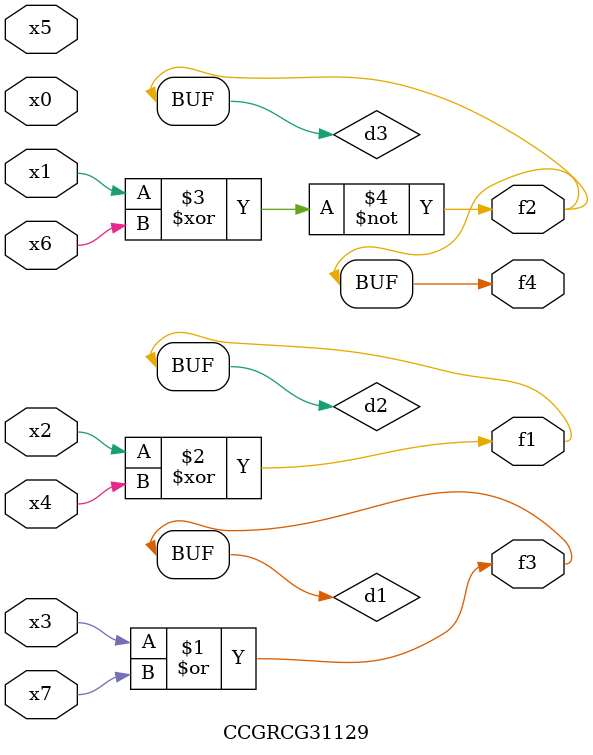
<source format=v>
module CCGRCG31129(
	input x0, x1, x2, x3, x4, x5, x6, x7,
	output f1, f2, f3, f4
);

	wire d1, d2, d3;

	or (d1, x3, x7);
	xor (d2, x2, x4);
	xnor (d3, x1, x6);
	assign f1 = d2;
	assign f2 = d3;
	assign f3 = d1;
	assign f4 = d3;
endmodule

</source>
